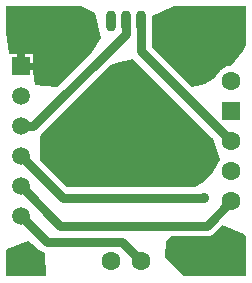
<source format=gtl>
G04 Layer_Physical_Order=1*
G04 Layer_Color=255*
%FSLAX24Y24*%
%MOIN*%
G70*
G01*
G75*
%ADD10C,0.0315*%
%ADD11C,0.0630*%
%ADD12R,0.0630X0.0630*%
%ADD13O,0.0360X0.0700*%
%ADD14C,0.0591*%
%ADD15R,0.0591X0.0591*%
%ADD16C,0.0360*%
G36*
X6876Y4614D02*
X6888Y4592D01*
X7129Y3880D01*
X7050Y3760D01*
X7050Y3760D01*
Y3760D01*
X6998Y3634D01*
X6839Y3373D01*
X6529Y3093D01*
X6311Y2967D01*
X2043D01*
X1144Y3866D01*
X1144Y3866D01*
X1147Y4652D01*
X1151Y4696D01*
X1358Y4934D01*
X3455Y7031D01*
X3663Y7113D01*
X4245Y7245D01*
X6876Y4614D01*
D02*
G37*
G36*
X7947Y1398D02*
X8000Y1297D01*
Y0D01*
X8000Y0D01*
X5933D01*
X5296Y619D01*
X5344Y1162D01*
X5506Y1328D01*
X6689D01*
X6782Y1340D01*
X6869Y1376D01*
X6944Y1434D01*
X7213Y1703D01*
X7947Y1398D01*
D02*
G37*
G36*
X1004Y986D02*
X1099Y891D01*
X1173Y834D01*
X1260Y798D01*
X1274Y796D01*
X1286Y787D01*
X1329Y0D01*
X0D01*
Y819D01*
X39Y893D01*
X730Y1179D01*
X1004Y986D01*
D02*
G37*
G36*
X2632Y8953D02*
X2973Y8788D01*
X3179Y7944D01*
X2871Y7467D01*
X1717Y6313D01*
X1706Y6310D01*
X956Y6368D01*
X902Y6846D01*
X900Y6880D01*
X500D01*
Y7000D01*
X380D01*
Y7395D01*
X105D01*
X0Y8139D01*
Y9000D01*
X2500D01*
X2632Y8953D01*
D02*
G37*
G36*
X8000Y7703D02*
X7896Y7504D01*
X7500Y7019D01*
X7366Y7002D01*
Y7002D01*
X7261Y6958D01*
X7240Y6950D01*
X7222Y6936D01*
X7151Y6881D01*
X7133Y6867D01*
X7119Y6849D01*
X7064Y6778D01*
X7050Y6760D01*
X7042Y6739D01*
X6998Y6634D01*
X6997Y6626D01*
X6648Y6412D01*
X6213Y6297D01*
X4861Y7649D01*
Y8207D01*
X4870Y8231D01*
X4883Y8330D01*
Y8670D01*
X5535Y8980D01*
X5598Y9000D01*
X8000D01*
Y7703D01*
D02*
G37*
%LPC*%
G36*
X620Y7395D02*
Y7120D01*
X895D01*
Y7395D01*
X787D01*
X620D01*
D02*
G37*
%LPD*%
G54D10*
X3854Y1146D02*
X4500Y500D01*
X1354Y1146D02*
X3854D01*
X500Y2000D02*
X1354Y1146D01*
X1894Y2606D02*
X6606D01*
X500Y4000D02*
X1894Y2606D01*
X500Y3000D02*
X1811Y1689D01*
X6689D01*
X7500Y2500D01*
X500Y5000D02*
X914D01*
X4000Y8086D01*
Y8500D01*
X4500Y7500D02*
Y8500D01*
Y7500D02*
X7500Y4500D01*
G54D11*
Y6500D02*
D03*
Y4500D02*
D03*
Y3500D02*
D03*
Y2500D02*
D03*
X4500Y500D02*
D03*
X3500D02*
D03*
G54D12*
X7500Y5500D02*
D03*
G54D13*
X3500Y8500D02*
D03*
X4500D02*
D03*
X4000D02*
D03*
G54D14*
X500Y2000D02*
D03*
Y3000D02*
D03*
Y4000D02*
D03*
Y5000D02*
D03*
Y6000D02*
D03*
G54D15*
Y7000D02*
D03*
G54D16*
X6606Y2606D02*
D03*
M02*

</source>
